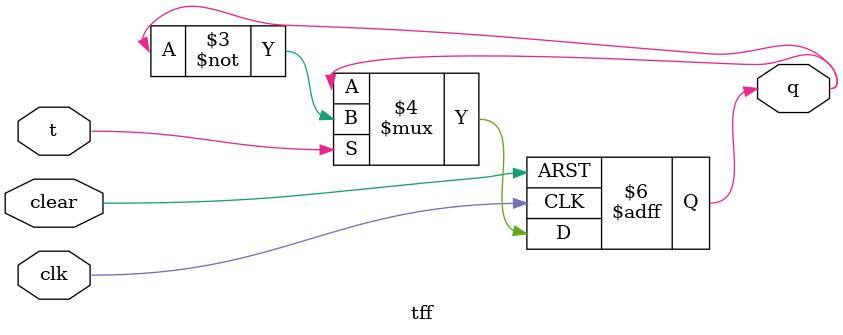
<source format=v>
`timescale 1ns/1ps

module lab7_2_1(input clk, input clear_n, input enable, output [7:0] Q);
    tff t0(clk, enable, clear_n, Q[0]);
    tff t1(clk, enable & Q[0], clear_n, Q[1]);
    tff t2(clk, enable & Q[0] & Q[1], clear_n, Q[2]);
    tff t3(clk, enable & Q[0] & Q[1] & Q[2], clear_n, Q[3]);
    tff t4(clk, enable & Q[0] & Q[1] & Q[2] & Q[3], clear_n, Q[4]);
    tff t5(clk, enable & Q[0] & Q[1] & Q[2] & Q[3] & Q[4], clear_n, Q[5]);
    tff t6(clk, enable & Q[0] & Q[1] & Q[2] & Q[3] & Q[4] & Q[5], clear_n, Q[6]);
    tff t7(clk, enable & Q[0] & Q[1] & Q[2] & Q[3] & Q[4] & Q[5] & Q[6], clear_n, Q[7]);

endmodule

module tff(input clk, input t, input clear, output reg q);
    always @(posedge clk or negedge clear)
    if (!clear) begin
        q <= 0;
    end else if (t) begin
        q <= ~q;
    end
endmodule
</source>
